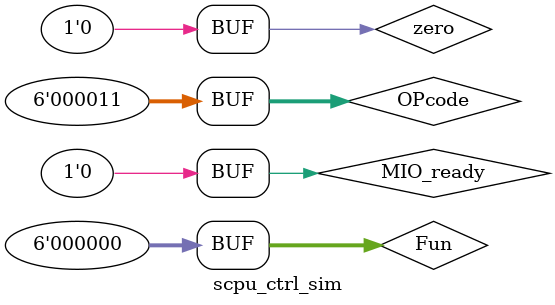
<source format=v>
`timescale 1ns / 1ps


module scpu_ctrl_sim;

	// Inputs
	reg [5:0] OPcode;
	reg [5:0] Fun;
	reg MIO_ready;
	reg zero;

	// Outputs
	wire RegDst;
	wire ALUSrc_A;
	wire ALUSrc_B;
	wire [1:0] DatatoReg;
	wire Jal;
	wire [1:0] Branch;
	wire RegWrite;
	wire mem_w;
	wire [2:0] ALU_Control;
	wire CPU_MIO;

	// Instantiate the Unit Under Test (UUT)
	SCPU_ctrl_more uut (
		.OPcode(OPcode), 
		.Fun(Fun), 
		.MIO_ready(MIO_ready), 
		.zero(zero), 
		.RegDst(RegDst), 
		.ALUSrc_A(ALUSrc_A), 
		.ALUSrc_B(ALUSrc_B), 
		.DatatoReg(DatatoReg), 
		.Jal(Jal), 
		.Branch(Branch), 
		.RegWrite(RegWrite), 
		.mem_w(mem_w), 
		.ALU_Control(ALU_Control), 
		.CPU_MIO(CPU_MIO)
	);

	initial begin
		// Initialize Inputs
		OPcode = 0;
		Fun = 0;
		MIO_ready = 0;
		zero = 0;
		#20;
        
		Fun = 6'b100000;#20;//add
		Fun = 6'b100010;#20;//sub
		Fun = 6'b100100;#20;//and
		Fun = 6'b100101;#20;//or
		Fun = 6'b100110;#20;//xor
		Fun = 6'b100111;#20;//nor
		Fun = 6'b101010;#20;//slt
		Fun = 6'b000010;#20;//srl
		Fun = 6'b001000;#20;//jr
		Fun = 6'b001001;#20;//jalr
		
		Fun = 0; 
		OPcode = 6'b001000;#20;//addi
		OPcode = 6'b001100;#20;//andi
		OPcode = 6'b001101;#20;//ori
		OPcode = 6'b001110;#20;//xori
		OPcode = 6'b001111;#20;//lui
		OPcode = 6'b100011;#20;//lw
		OPcode = 6'b101011;#20;//sw
		OPcode = 6'b000100;#20;//beq
		OPcode = 6'b000101;#20;//bne
		OPcode = 6'b001010;#20;//slti
		OPcode = 6'b000010;#20;//j
		OPcode = 6'b000011;#20;//jal
	end
      
endmodule


</source>
